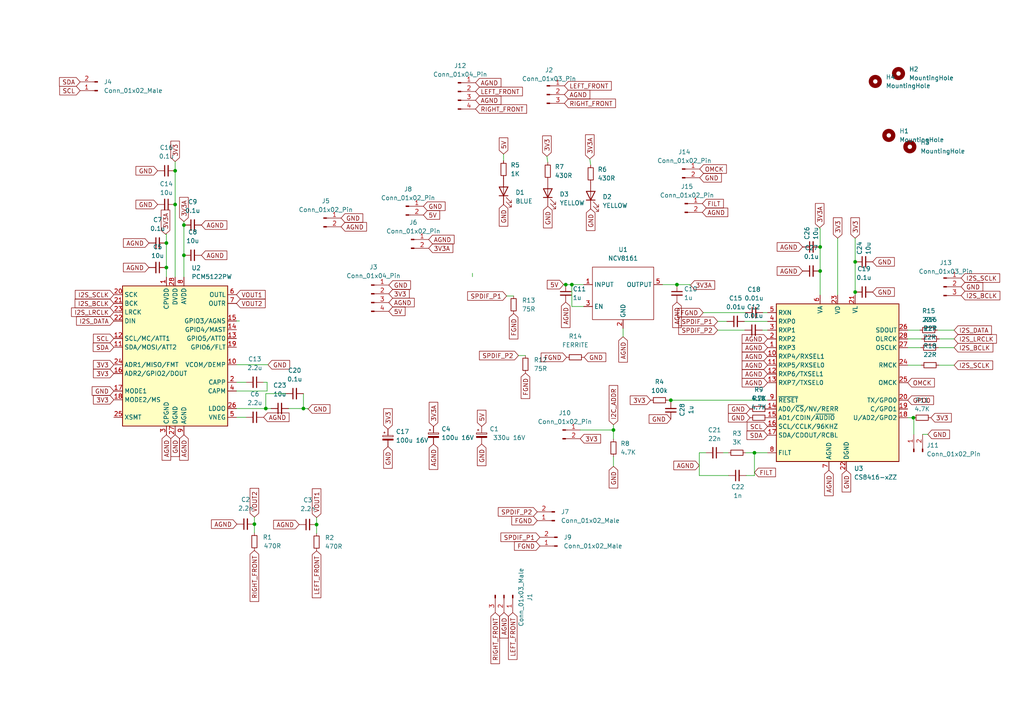
<source format=kicad_sch>
(kicad_sch (version 20230121) (generator eeschema)
  (paper "A4")
  (lib_symbols
    (symbol "Audio:CS8416-xZZ"
      (property "Reference" "U" (at 12.7 26.67 0))
      (property "Value" "CS8416-xZZ" (at 12.7 24.13 0))
      (symbol "CS8416-xZZ_0_1"
        (rectangle (start -17.78 22.86) (end 17.78 -22.86) (stroke (width 0.254)) (fill (type background)))
      )
      (symbol "CS8416-xZZ_1_1"
        (pin input line (at -20.32 10.16 0) (length 2.54) (name "RXP3") (number "1"))
        (pin input line (at -20.32 7.62 0) (length 2.54) (name "RXP4/RXSEL1") (number "10"))
        (pin input line (at -20.32 5.08 0) (length 2.54) (name "RXP5/RXSEL0") (number "11"))
        (pin input line (at -20.32 2.54 0) (length 2.54) (name "RXP6/TXSEL1") (number "12"))
        (pin input line (at -20.32 0 0) (length 2.54) (name "RXP7/TXSEL0") (number "13"))
        (pin input line (at -20.32 -7.62 0) (length 2.54) (name "AD0/~{CS}/NV/RERR") (number "14"))
        (pin input line (at -20.32 -10.16 0) (length 2.54) (name "AD1/CDIN/~{AUDIO}") (number "15"))
        (pin input line (at -20.32 -12.7 0) (length 2.54) (name "SCL/CCLK/96KHZ") (number "16"))
        (pin bidirectional line (at -20.32 -15.24 0) (length 2.54) (name "SDA/CDOUT/RCBL") (number "17"))
        (pin output line (at 20.32 -10.16 180) (length 2.54) (name "U/AD2/GPO2") (number "18"))
        (pin output line (at 20.32 -7.62 180) (length 2.54) (name "C/GPO1") (number "19"))
        (pin input line (at -20.32 12.7 0) (length 2.54) (name "RXP2") (number "2"))
        (pin output line (at 20.32 -5.08 180) (length 2.54) (name "TX/GPO0") (number "20"))
        (pin power_in line (at 5.08 25.4 270) (length 2.54) (name "VL") (number "21"))
        (pin power_in line (at 2.54 -25.4 90) (length 2.54) (name "DGND") (number "22"))
        (pin power_in line (at 0 25.4 270) (length 2.54) (name "VD") (number "23"))
        (pin output line (at 20.32 5.08 180) (length 2.54) (name "RMCK") (number "24"))
        (pin input line (at 20.32 0 180) (length 2.54) (name "OMCK") (number "25"))
        (pin output line (at 20.32 15.24 180) (length 2.54) (name "SDOUT") (number "26"))
        (pin bidirectional line (at 20.32 10.16 180) (length 2.54) (name "OSCLK") (number "27"))
        (pin bidirectional line (at 20.32 12.7 180) (length 2.54) (name "OLRCK") (number "28"))
        (pin input line (at -20.32 15.24 0) (length 2.54) (name "RXP1") (number "3"))
        (pin input line (at -20.32 17.78 0) (length 2.54) (name "RXP0") (number "4"))
        (pin input line (at -20.32 20.32 0) (length 2.54) (name "RXN") (number "5"))
        (pin power_in line (at -5.08 25.4 270) (length 2.54) (name "VA") (number "6"))
        (pin power_in line (at -2.54 -25.4 90) (length 2.54) (name "AGND") (number "7"))
        (pin passive line (at -20.32 -20.32 0) (length 2.54) (name "FILT") (number "8"))
        (pin input line (at -20.32 -5.08 0) (length 2.54) (name "~{RESET}") (number "9"))
      )
    )
    (symbol "Audio:PCM5122PW"
      (property "Reference" "U" (at -13.97 21.59 0))
      (property "Value" "PCM5122PW" (at 10.16 21.59 0))
      (symbol "PCM5122PW_0_1"
        (rectangle (start -15.24 20.32) (end 15.24 -20.32) (stroke (width 0.254)) (fill (type background)))
      )
      (symbol "PCM5122PW_1_1"
        (pin power_in line (at -2.54 22.86 270) (length 2.54) (name "CPVDD") (number "1"))
        (pin bidirectional line (at 17.78 -2.54 180) (length 2.54) (name "VCOM/DEMP") (number "10"))
        (pin bidirectional line (at -17.78 2.54 0) (length 2.54) (name "SDA/MOSI/ATT2") (number "11"))
        (pin input line (at -17.78 5.08 0) (length 2.54) (name "SCL/MC/ATT1") (number "12"))
        (pin bidirectional line (at 17.78 5.08 180) (length 2.54) (name "GPIO5/ATT0") (number "13"))
        (pin bidirectional line (at 17.78 7.62 180) (length 2.54) (name "GPIO4/MAST") (number "14"))
        (pin bidirectional line (at 17.78 10.16 180) (length 2.54) (name "GPIO3/AGNS") (number "15"))
        (pin bidirectional line (at -17.78 -5.08 0) (length 2.54) (name "ADR2/GPIO2/DOUT") (number "16"))
        (pin input line (at -17.78 -10.16 0) (length 2.54) (name "MODE1") (number "17"))
        (pin input line (at -17.78 -12.7 0) (length 2.54) (name "MODE2/MS") (number "18"))
        (pin bidirectional line (at 17.78 2.54 180) (length 2.54) (name "GPIO6/FLT") (number "19"))
        (pin passive line (at 17.78 -7.62 180) (length 2.54) (name "CAPP") (number "2"))
        (pin input line (at -17.78 17.78 0) (length 2.54) (name "SCK") (number "20"))
        (pin bidirectional line (at -17.78 15.24 0) (length 2.54) (name "BCK") (number "21"))
        (pin input line (at -17.78 10.16 0) (length 2.54) (name "DIN") (number "22"))
        (pin bidirectional line (at -17.78 12.7 0) (length 2.54) (name "LRCK") (number "23"))
        (pin bidirectional line (at -17.78 -2.54 0) (length 2.54) (name "ADR1/MISO/FMT") (number "24"))
        (pin input line (at -17.78 -17.78 0) (length 2.54) (name "XSMT") (number "25"))
        (pin passive line (at 17.78 -15.24 180) (length 2.54) (name "LDOO") (number "26"))
        (pin power_in line (at 0 -22.86 90) (length 2.54) (name "DGND") (number "27"))
        (pin power_in line (at 0 22.86 270) (length 2.54) (name "DVDD") (number "28"))
        (pin power_in line (at -2.54 -22.86 90) (length 2.54) (name "CPGND") (number "3"))
        (pin passive line (at 17.78 -10.16 180) (length 2.54) (name "CAPM") (number "4"))
        (pin passive line (at 17.78 -17.78 180) (length 2.54) (name "VNEG") (number "5"))
        (pin output line (at 17.78 17.78 180) (length 2.54) (name "OUTL") (number "6"))
        (pin output line (at 17.78 15.24 180) (length 2.54) (name "OUTR") (number "7"))
        (pin power_in line (at 2.54 22.86 270) (length 2.54) (name "AVDD") (number "8"))
        (pin power_in line (at 2.54 -22.86 90) (length 2.54) (name "AGND") (number "9"))
      )
    )
    (symbol "Components:NCV8161"
      (property "Reference" "U" (at 0 10.16 0))
      (property "Value" "NCV8161" (at 0 0 0))
      (symbol "NCV8161_0_1"
        (rectangle (start -8.89 17.78) (end 8.89 2.54))
      )
      (symbol "NCV8161_1_1"
        (pin input line (at -11.43 12.7 0) (length 2.54) (name "INPUT") (number "1"))
        (pin input line (at 0 0 90) (length 2.54) (name "GND") (number "2"))
        (pin input line (at -11.43 6.35 0) (length 2.54) (name "EN") (number "3"))
        (pin output line (at 11.43 12.7 180) (length 2.54) (name "OUTPUT") (number "5"))
      )
    )
    (symbol "Connector:Conn_01x02_Male" (pin_names (offset 1.016) hide)
      (property "Reference" "J" (at 0 2.54 0))
      (property "Value" "Conn_01x02_Male" (at 0 -5.08 0))
      (symbol "Conn_01x02_Male_1_1"
        (polyline (pts (xy 1.27 -2.54) (xy 0.8636 -2.54)) (stroke (width 0.1524)))
        (polyline (pts (xy 1.27 0) (xy 0.8636 0)) (stroke (width 0.1524)))
        (rectangle (start 0.8636 -2.413) (end 0 -2.667) (stroke (width 0.1524)) (fill (type outline)))
        (rectangle (start 0.8636 0.127) (end 0 -0.127) (stroke (width 0.1524)) (fill (type outline)))
        (pin passive line (at 5.08 0 180) (length 3.81) (name "Pin_1") (number "1"))
        (pin passive line (at 5.08 -2.54 180) (length 3.81) (name "Pin_2") (number "2"))
      )
    )
    (symbol "Connector:Conn_01x02_Pin" (pin_names (offset 1.016) hide)
      (property "Reference" "J" (at 0 2.54 0))
      (property "Value" "Conn_01x02_Pin" (at 0 -5.08 0))
      (symbol "Conn_01x02_Pin_1_1"
        (polyline (pts (xy 1.27 -2.54) (xy 0.8636 -2.54)) (stroke (width 0.1524)))
        (polyline (pts (xy 1.27 0) (xy 0.8636 0)) (stroke (width 0.1524)))
        (rectangle (start 0.8636 -2.413) (end 0 -2.667) (stroke (width 0.1524)) (fill (type outline)))
        (rectangle (start 0.8636 0.127) (end 0 -0.127) (stroke (width 0.1524)) (fill (type outline)))
        (pin passive line (at 5.08 0 180) (length 3.81) (name "Pin_1") (number "1"))
        (pin passive line (at 5.08 -2.54 180) (length 3.81) (name "Pin_2") (number "2"))
      )
    )
    (symbol "Connector:Conn_01x03_Male" (pin_names (offset 1.016) hide)
      (property "Reference" "J" (at 0 5.08 0))
      (property "Value" "Conn_01x03_Male" (at 0 -5.08 0))
      (symbol "Conn_01x03_Male_1_1"
        (polyline (pts (xy 1.27 -2.54) (xy 0.8636 -2.54)) (stroke (width 0.1524)))
        (polyline (pts (xy 1.27 0) (xy 0.8636 0)) (stroke (width 0.1524)))
        (polyline (pts (xy 1.27 2.54) (xy 0.8636 2.54)) (stroke (width 0.1524)))
        (rectangle (start 0.8636 -2.413) (end 0 -2.667) (stroke (width 0.1524)) (fill (type outline)))
        (rectangle (start 0.8636 0.127) (end 0 -0.127) (stroke (width 0.1524)) (fill (type outline)))
        (rectangle (start 0.8636 2.667) (end 0 2.413) (stroke (width 0.1524)) (fill (type outline)))
        (pin passive line (at 5.08 2.54 180) (length 3.81) (name "Pin_1") (number "1"))
        (pin passive line (at 5.08 0 180) (length 3.81) (name "Pin_2") (number "2"))
        (pin passive line (at 5.08 -2.54 180) (length 3.81) (name "Pin_3") (number "3"))
      )
    )
    (symbol "Connector:Conn_01x03_Pin" (pin_names (offset 1.016) hide)
      (property "Reference" "J" (at 0 5.08 0))
      (property "Value" "Conn_01x03_Pin" (at 0 -5.08 0))
      (symbol "Conn_01x03_Pin_1_1"
        (polyline (pts (xy 1.27 -2.54) (xy 0.8636 -2.54)) (stroke (width 0.1524)))
        (polyline (pts (xy 1.27 0) (xy 0.8636 0)) (stroke (width 0.1524)))
        (polyline (pts (xy 1.27 2.54) (xy 0.8636 2.54)) (stroke (width 0.1524)))
        (rectangle (start 0.8636 -2.413) (end 0 -2.667) (stroke (width 0.1524)) (fill (type outline)))
        (rectangle (start 0.8636 0.127) (end 0 -0.127) (stroke (width 0.1524)) (fill (type outline)))
        (rectangle (start 0.8636 2.667) (end 0 2.413) (stroke (width 0.1524)) (fill (type outline)))
        (pin passive line (at 5.08 2.54 180) (length 3.81) (name "Pin_1") (number "1"))
        (pin passive line (at 5.08 0 180) (length 3.81) (name "Pin_2") (number "2"))
        (pin passive line (at 5.08 -2.54 180) (length 3.81) (name "Pin_3") (number "3"))
      )
    )
    (symbol "Connector:Conn_01x04_Pin" (pin_names (offset 1.016) hide)
      (property "Reference" "J" (at 0 5.08 0))
      (property "Value" "Conn_01x04_Pin" (at 0 -7.62 0))
      (symbol "Conn_01x04_Pin_1_1"
        (polyline (pts (xy 1.27 -5.08) (xy 0.8636 -5.08)) (stroke (width 0.1524)))
        (polyline (pts (xy 1.27 -2.54) (xy 0.8636 -2.54)) (stroke (width 0.1524)))
        (polyline (pts (xy 1.27 0) (xy 0.8636 0)) (stroke (width 0.1524)))
        (polyline (pts (xy 1.27 2.54) (xy 0.8636 2.54)) (stroke (width 0.1524)))
        (rectangle (start 0.8636 -4.953) (end 0 -5.207) (stroke (width 0.1524)) (fill (type outline)))
        (rectangle (start 0.8636 -2.413) (end 0 -2.667) (stroke (width 0.1524)) (fill (type outline)))
        (rectangle (start 0.8636 0.127) (end 0 -0.127) (stroke (width 0.1524)) (fill (type outline)))
        (rectangle (start 0.8636 2.667) (end 0 2.413) (stroke (width 0.1524)) (fill (type outline)))
        (pin passive line (at 5.08 2.54 180) (length 3.81) (name "Pin_1") (number "1"))
        (pin passive line (at 5.08 0 180) (length 3.81) (name "Pin_2") (number "2"))
        (pin passive line (at 5.08 -2.54 180) (length 3.81) (name "Pin_3") (number "3"))
        (pin passive line (at 5.08 -5.08 180) (length 3.81) (name "Pin_4") (number "4"))
      )
    )
    (symbol "Device:C_Polarized_Small" (pin_numbers hide) (pin_names (offset 0.254) hide)
      (property "Reference" "C" (at 0.254 1.778 0))
      (property "Value" "C_Polarized_Small" (at 0.254 -2.032 0))
      (symbol "C_Polarized_Small_0_1"
        (rectangle (start -1.524 -0.3048) (end 1.524 -0.6858) (fill (type outline)))
        (rectangle (start -1.524 0.6858) (end 1.524 0.3048))
        (polyline (pts (xy -1.27 1.524) (xy -0.762 1.524)))
        (polyline (pts (xy -1.016 1.27) (xy -1.016 1.778)))
      )
      (symbol "C_Polarized_Small_1_1"
        (pin passive line (at 0 2.54 270) (length 1.8542) (name "~") (number "1"))
        (pin passive line (at 0 -2.54 90) (length 1.8542) (name "~") (number "2"))
      )
    )
    (symbol "Device:C_Small" (pin_numbers hide) (pin_names (offset 0.254) hide)
      (property "Reference" "C" (at 0.254 1.778 0))
      (property "Value" "C_Small" (at 0.254 -2.032 0))
      (symbol "C_Small_0_1"
        (polyline (pts (xy -1.524 -0.508) (xy 1.524 -0.508)) (stroke (width 0.3302)))
        (polyline (pts (xy -1.524 0.508) (xy 1.524 0.508)) (stroke (width 0.3048)))
      )
      (symbol "C_Small_1_1"
        (pin passive line (at 0 2.54 270) (length 2.032) (name "~") (number "1"))
        (pin passive line (at 0 -2.54 90) (length 2.032) (name "~") (number "2"))
      )
    )
    (symbol "Device:LED" (pin_numbers hide) (pin_names (offset 1.016) hide)
      (property "Reference" "D" (at 0 2.54 0))
      (property "Value" "LED" (at 0 -2.54 0))
      (symbol "LED_0_1"
        (polyline (pts (xy -1.27 -1.27) (xy -1.27 1.27)) (stroke (width 0.254)))
        (polyline (pts (xy -1.27 0) (xy 1.27 0)))
        (polyline (pts (xy 1.27 -1.27) (xy 1.27 1.27) (xy -1.27 0) (xy 1.27 -1.27)) (stroke (width 0.254)))
        (polyline (pts (xy -3.048 -0.762) (xy -4.572 -2.286) (xy -3.81 -2.286) (xy -4.572 -2.286) (xy -4.572 -1.524)))
        (polyline (pts (xy -1.778 -0.762) (xy -3.302 -2.286) (xy -2.54 -2.286) (xy -3.302 -2.286) (xy -3.302 -1.524)))
      )
      (symbol "LED_1_1"
        (pin passive line (at -3.81 0 0) (length 2.54) (name "K") (number "1"))
        (pin passive line (at 3.81 0 180) (length 2.54) (name "A") (number "2"))
      )
    )
    (symbol "Device:R_Small" (pin_numbers hide) (pin_names (offset 0.254) hide)
      (property "Reference" "R" (at 0.762 0.508 0))
      (property "Value" "R_Small" (at 0.762 -1.016 0))
      (symbol "R_Small_0_1"
        (rectangle (start -0.762 1.778) (end 0.762 -1.778) (stroke (width 0.2032)))
      )
      (symbol "R_Small_1_1"
        (pin passive line (at 0 2.54 270) (length 0.762) (name "~") (number "1"))
        (pin passive line (at 0 -2.54 90) (length 0.762) (name "~") (number "2"))
      )
    )
    (symbol "Mechanical:MountingHole" (pin_names (offset 1.016))
      (property "Reference" "H" (at 0 5.08 0))
      (property "Value" "MountingHole" (at 0 3.175 0))
      (symbol "MountingHole_0_1"
        (circle (center 0 0) (radius 1.27) (stroke (width 1.27)))
      )
    )
    (symbol "Oscillator:ASE-xxxMHz" (pin_names (offset 0.254))
      (property "Reference" "X" (at -5.08 6.35 0))
      (property "Value" "ASE-xxxMHz" (at 1.27 -6.35 0))
      (symbol "ASE-xxxMHz_0_1"
        (rectangle (start -5.08 5.08) (end 5.08 -5.08) (stroke (width 0.254)) (fill (type background)))
        (polyline (pts (xy -1.27 -0.762) (xy -1.016 -0.762) (xy -1.016 0.762) (xy -0.508 0.762) (xy -0.508 -0.762) (xy 0 -0.762) (xy 0 0.762) (xy 0.508 0.762) (xy 0.508 -0.762) (xy 0.762 -0.762)))
      )
      (symbol "ASE-xxxMHz_1_1"
        (pin input line (at -7.62 0 0) (length 2.54) (name "EN") (number "1"))
        (pin power_in line (at 0 -7.62 90) (length 2.54) (name "GND") (number "2"))
        (pin output line (at 7.62 0 180) (length 2.54) (name "OUT") (number "3"))
        (pin power_in line (at 0 7.62 270) (length 2.54) (name "Vdd") (number "4"))
      )
    )
  )
  (junction (at 237.871 71.628))
  (junction (at 165.862 82.55))
  (junction (at 177.927 124.714))
  (junction (at 248.031 75.946))
  (junction (at 53.34 65.278))
  (junction (at 264.922 121.158))
  (junction (at 48.26 77.597))
  (junction (at 73.787 152.019))
  (junction (at 196.342 82.55))
  (junction (at 164.084 82.55))
  (junction (at 77.089 118.491))
  (junction (at 88.011 118.491))
  (junction (at 53.34 74.041))
  (junction (at 50.8 49.53))
  (junction (at 248.031 84.709))
  (junction (at 218.821 131.318))
  (junction (at 194.564 116.078))
  (junction (at 48.26 70.485))
  (junction (at 237.871 78.613))
  (junction (at 50.8 59.309))
  (junction (at 91.821 152.146))
  (wire (pts (xy 177.927 123.19) (xy 177.927 124.714)))
  (wire (pts (xy 91.821 152.146) (xy 91.821 154.686)))
  (wire (pts (xy 50.8 49.53) (xy 50.8 59.309)))
  (wire (pts (xy 71.374 121.031) (xy 68.58 121.031)))
  (wire (pts (xy 209.804 131.318) (xy 211.201 131.318)))
  (wire (pts (xy 221.234 90.678) (xy 222.631 90.678)))
  (wire (pts (xy 196.342 82.55) (xy 192.151 82.55)))
  (wire (pts (xy 48.26 67.945) (xy 48.26 70.485)))
  (wire (pts (xy 48.26 70.485) (xy 48.26 77.597)))
  (wire (pts (xy 263.271 121.158) (xy 264.922 121.158)))
  (wire (pts (xy 77.089 114.173) (xy 77.089 118.491)))
  (wire (pts (xy 237.744 66.294) (xy 237.871 66.294)))
  (wire (pts (xy 73.787 149.987) (xy 73.787 152.019)))
  (wire (pts (xy 71.374 110.871) (xy 68.58 110.871)))
  (wire (pts (xy 168.275 124.714) (xy 177.927 124.714)))
  (wire (pts (xy 203.962 90.678) (xy 216.154 90.678)))
  (wire (pts (xy 263.271 98.298) (xy 267.335 98.298)))
  (wire (pts (xy 48.26 77.597) (xy 48.26 80.391)))
  (wire (pts (xy 237.871 71.628) (xy 237.871 78.613)))
  (wire (pts (xy 164.084 82.55) (xy 165.862 82.55)))
  (wire (pts (xy 248.031 69.088) (xy 248.031 75.946)))
  (wire (pts (xy 148.971 85.852) (xy 146.939 85.852)))
  (wire (pts (xy 89.408 118.618) (xy 89.281 118.618)))
  (wire (pts (xy 248.031 84.709) (xy 248.031 85.598)))
  (wire (pts (xy 272.161 100.838) (xy 276.733 100.838)))
  (wire (pts (xy 269.113 125.984) (xy 267.589 125.984)))
  (wire (pts (xy 200.279 82.677) (xy 200.025 82.677)))
  (wire (pts (xy 272.415 98.298) (xy 276.733 98.298)))
  (wire (pts (xy 76.454 110.871) (xy 77.47 110.871)))
  (wire (pts (xy 88.011 114.173) (xy 88.011 118.491)))
  (wire (pts (xy 237.871 78.613) (xy 237.871 85.598)))
  (wire (pts (xy 314.325 107.315) (xy 314.325 110.617)))
  (wire (pts (xy 208.153 95.758) (xy 216.027 95.758)))
  (wire (pts (xy 50.8 46.863) (xy 50.8 49.53)))
  (wire (pts (xy 237.871 66.294) (xy 237.871 71.628)))
  (wire (pts (xy 211.328 137.922) (xy 202.819 137.922)))
  (wire (pts (xy 263.271 105.918) (xy 267.208 105.918)))
  (wire (pts (xy 237.744 66.04) (xy 237.744 66.294)))
  (wire (pts (xy 169.291 88.9) (xy 165.862 88.9)))
  (wire (pts (xy 53.34 64.262) (xy 53.34 65.278)))
  (wire (pts (xy 171.069 46.101) (xy 171.323 47.879)))
  (wire (pts (xy 248.031 75.946) (xy 248.031 84.709)))
  (wire (pts (xy 165.862 82.55) (xy 169.291 82.55)))
  (wire (pts (xy 216.408 137.922) (xy 218.821 137.922)))
  (wire (pts (xy 77.089 118.491) (xy 68.58 118.491)))
  (wire (pts (xy 221.107 95.758) (xy 222.631 95.758)))
  (wire (pts (xy 194.564 116.078) (xy 222.631 116.078)))
  (wire (pts (xy 215.9 93.218) (xy 222.631 93.218)))
  (wire (pts (xy 264.922 121.158) (xy 265.049 121.158)))
  (wire (pts (xy 77.724 105.791) (xy 68.58 105.791)))
  (wire (pts (xy 216.281 131.318) (xy 218.821 131.318)))
  (wire (pts (xy 265.049 125.984) (xy 265.049 121.158)))
  (wire (pts (xy 77.47 113.411) (xy 68.58 113.411)))
  (wire (pts (xy 73.787 152.019) (xy 73.787 154.559)))
  (wire (pts (xy 48.006 67.945) (xy 48.26 67.945)))
  (wire (pts (xy 77.47 110.871) (xy 77.47 113.411)))
  (wire (pts (xy 152.4 103.124) (xy 150.368 103.124)))
  (wire (pts (xy 194.564 116.078) (xy 194.564 116.459)))
  (wire (pts (xy 177.927 135.255) (xy 177.927 132.461)))
  (wire (pts (xy 218.821 131.318) (xy 222.631 131.318)))
  (wire (pts (xy 53.34 65.278) (xy 53.34 74.041)))
  (wire (pts (xy 177.927 124.714) (xy 177.927 127.381)))
  (wire (pts (xy 208.153 93.218) (xy 210.82 93.218)))
  (wire (pts (xy 89.281 118.491) (xy 88.011 118.491)))
  (wire (pts (xy 180.721 97.663) (xy 180.721 95.25)))
  (wire (pts (xy 78.613 118.491) (xy 77.089 118.491)))
  (wire (pts (xy 202.819 131.318) (xy 204.724 131.318)))
  (wire (pts (xy 202.819 137.922) (xy 202.819 131.318)))
  (wire (pts (xy 200.025 82.55) (xy 196.342 82.55)))
  (wire (pts (xy 271.907 95.758) (xy 276.733 95.758)))
  (wire (pts (xy 200.025 82.677) (xy 200.025 82.55)))
  (wire (pts (xy 242.951 69.088) (xy 242.951 85.598)))
  (wire (pts (xy 53.34 74.041) (xy 53.34 80.391)))
  (wire (pts (xy 88.011 118.491) (xy 83.693 118.491)))
  (wire (pts (xy 165.862 88.9) (xy 165.862 82.55)))
  (wire (pts (xy 89.281 118.618) (xy 89.281 118.491)))
  (wire (pts (xy 137.033 79.248) (xy 137.033 80.264)))
  (wire (pts (xy 272.288 105.918) (xy 276.733 105.918)))
  (wire (pts (xy 69.469 93.091) (xy 68.58 93.091)))
  (wire (pts (xy 146.05 44.704) (xy 146.05 46.609)))
  (wire (pts (xy 50.8 59.309) (xy 50.8 80.391)))
  (wire (pts (xy 158.623 45.339) (xy 158.877 47.117)))
  (wire (pts (xy 218.821 137.922) (xy 218.821 131.318)))
  (wire (pts (xy 163.449 82.55) (xy 164.084 82.55)))
  (wire (pts (xy 193.802 116.078) (xy 194.564 116.078)))
  (wire (pts (xy 263.271 95.758) (xy 266.827 95.758)))
  (wire (pts (xy 263.271 100.838) (xy 267.081 100.838)))
  (wire (pts (xy 91.821 150.114) (xy 91.821 152.146)))
  (wire (pts (xy 77.089 114.173) (xy 82.931 114.173)))
  (global_label "GND" (shape input) (at 253.111 75.946 0) (property "Intersheetrefs" "${INTERSHEET_REFS}" (effects hide)))
  (global_label "3V3" (shape input) (at 50.8 46.863 90) (property "Intersheetrefs" "${INTERSHEET_REFS}" (effects hide)))
  (global_label "FGND" (shape input) (at 148.971 90.932 270) (property "Intersheetrefs" "${INTERSHEET_REFS}" (effects hide)))
  (global_label "SPDIF_P2" (shape input) (at 208.153 95.758 180) (property "Intersheetrefs" "${INTERSHEET_REFS}" (effects hide)))
  (global_label "3V3" (shape input) (at 248.031 69.088 90) (property "Intersheetrefs" "${INTERSHEET_REFS}" (effects hide)))
  (global_label "LEFT_FRONT" (shape input) (at 163.703 24.892 0) (property "Intersheetrefs" "${INTERSHEET_REFS}" (effects hide)))
  (global_label "AGND" (shape input) (at 86.741 152.146 180) (property "Intersheetrefs" "${INTERSHEET_REFS}" (effects hide)))
  (global_label "3V3" (shape input) (at 33.02 115.951 180) (property "Intersheetrefs" "${INTERSHEET_REFS}" (effects hide)))
  (global_label "AGND" (shape input) (at 58.42 74.041 0) (property "Intersheetrefs" "${INTERSHEET_REFS}" (effects hide)))
  (global_label "AGND" (shape input) (at 222.631 108.458 180) (property "Intersheetrefs" "${INTERSHEET_REFS}" (effects hide)))
  (global_label "LEFT_FRONT" (shape input) (at 148.717 177.673 270) (property "Intersheetrefs" "${INTERSHEET_REFS}" (effects hide)))
  (global_label "RIGHT_FRONT" (shape input) (at 163.703 29.972 0) (property "Intersheetrefs" "${INTERSHEET_REFS}" (effects hide)))
  (global_label "OMCK" (shape input) (at 263.271 110.998 0) (property "Intersheetrefs" "${INTERSHEET_REFS}" (effects hide)))
  (global_label "RIGHT_FRONT" (shape input) (at 143.637 177.673 270) (property "Intersheetrefs" "${INTERSHEET_REFS}" (effects hide)))
  (global_label "AGND" (shape input) (at 222.631 105.918 180) (property "Intersheetrefs" "${INTERSHEET_REFS}" (effects hide)))
  (global_label "GND" (shape input) (at 33.02 113.411 180) (property "Intersheetrefs" "${INTERSHEET_REFS}" (effects hide)))
  (global_label "GND" (shape input) (at 202.946 51.562 0) (property "Intersheetrefs" "${INTERSHEET_REFS}" (effects hide)))
  (global_label "AGND" (shape input) (at 222.631 103.378 180) (property "Intersheetrefs" "${INTERSHEET_REFS}" (effects hide)))
  (global_label "GPO0" (shape input) (at 263.271 116.078 0) (property "Intersheetrefs" "${INTERSHEET_REFS}" (effects hide)))
  (global_label "AGND" (shape input) (at 125.73 128.778 270) (property "Intersheetrefs" "${INTERSHEET_REFS}" (effects hide)))
  (global_label "SPDIF_P1" (shape input) (at 208.153 93.218 180) (property "Intersheetrefs" "${INTERSHEET_REFS}" (effects hide)))
  (global_label "GND" (shape input) (at 278.765 83.185 0) (property "Intersheetrefs" "${INTERSHEET_REFS}" (effects hide)))
  (global_label "SPDIF_P1" (shape input) (at 146.939 85.852 180) (property "Intersheetrefs" "${INTERSHEET_REFS}" (effects hide)))
  (global_label "VOUT1" (shape input) (at 91.821 150.114 90) (property "Intersheetrefs" "${INTERSHEET_REFS}" (effects hide)))
  (global_label "GND" (shape input) (at 98.933 63.246 0) (property "Intersheetrefs" "${INTERSHEET_REFS}" (effects hide)))
  (global_label "GND" (shape input) (at 45.72 49.53 180) (property "Intersheetrefs" "${INTERSHEET_REFS}" (effects hide)))
  (global_label "3V3" (shape input) (at 168.275 127.254 0) (property "Intersheetrefs" "${INTERSHEET_REFS}" (effects hide)))
  (global_label "VOUT2" (shape input) (at 68.58 88.011 0) (property "Intersheetrefs" "${INTERSHEET_REFS}" (effects hide)))
  (global_label "FGND" (shape input) (at 203.962 90.678 180) (property "Intersheetrefs" "${INTERSHEET_REFS}" (effects hide)))
  (global_label "VOUT2" (shape input) (at 73.787 149.987 90) (property "Intersheetrefs" "${INTERSHEET_REFS}" (effects hide)))
  (global_label "SDA" (shape input) (at 23.241 23.749 180) (property "Intersheetrefs" "${INTERSHEET_REFS}" (effects hide)))
  (global_label "GND" (shape input) (at 50.8 126.111 270) (property "Intersheetrefs" "${INTERSHEET_REFS}" (effects hide)))
  (global_label "SPDIF_P2" (shape input) (at 155.829 148.463 180) (property "Intersheetrefs" "${INTERSHEET_REFS}" (effects hide)))
  (global_label "I2S_SCLK" (shape input) (at 278.765 80.645 0) (property "Intersheetrefs" "${INTERSHEET_REFS}" (effects hide)))
  (global_label "I2C_ADDR" (shape input) (at 177.927 123.19 90) (property "Intersheetrefs" "${INTERSHEET_REFS}" (effects hide)))
  (global_label "AGND" (shape input) (at 43.18 77.597 180) (property "Intersheetrefs" "${INTERSHEET_REFS}" (effects hide)))
  (global_label "5V" (shape input) (at 122.809 62.357 0) (property "Intersheetrefs" "${INTERSHEET_REFS}" (effects hide)))
  (global_label "AGND" (shape input) (at 137.922 29.083 0) (property "Intersheetrefs" "${INTERSHEET_REFS}" (effects hide)))
  (global_label "AGND" (shape input) (at 164.084 87.63 270) (property "Intersheetrefs" "${INTERSHEET_REFS}" (effects hide)))
  (global_label "3V3A" (shape input) (at 48.006 67.945 90) (property "Intersheetrefs" "${INTERSHEET_REFS}" (effects hide)))
  (global_label "5V" (shape input) (at 163.449 82.55 180) (property "Intersheetrefs" "${INTERSHEET_REFS}" (effects hide)))
  (global_label "I2S_DATA" (shape input) (at 276.733 95.758 0) (property "Intersheetrefs" "${INTERSHEET_REFS}" (effects hide)))
  (global_label "OMCK" (shape input) (at 321.945 118.237 0) (property "Intersheetrefs" "${INTERSHEET_REFS}" (effects hide)))
  (global_label "FILT" (shape input) (at 203.708 59.055 0) (property "Intersheetrefs" "${INTERSHEET_REFS}" (effects hide)))
  (global_label "AGND" (shape input) (at 196.342 87.63 270) (property "Intersheetrefs" "${INTERSHEET_REFS}" (effects hide)))
  (global_label "RIGHT_FRONT" (shape input) (at 137.922 31.623 0) (property "Intersheetrefs" "${INTERSHEET_REFS}" (effects hide)))
  (global_label "AGND" (shape input) (at 240.411 136.398 270) (property "Intersheetrefs" "${INTERSHEET_REFS}" (effects hide)))
  (global_label "AGND" (shape input) (at 98.933 65.786 0) (property "Intersheetrefs" "${INTERSHEET_REFS}" (effects hide)))
  (global_label "GND" (shape input) (at 177.927 135.255 270) (property "Intersheetrefs" "${INTERSHEET_REFS}" (effects hide)))
  (global_label "LEFT_FRONT" (shape input) (at 91.821 159.766 270) (property "Intersheetrefs" "${INTERSHEET_REFS}" (effects hide)))
  (global_label "AGND" (shape input) (at 58.42 65.278 0) (property "Intersheetrefs" "${INTERSHEET_REFS}" (effects hide)))
  (global_label "SCL" (shape input) (at 222.631 123.698 180) (property "Intersheetrefs" "${INTERSHEET_REFS}" (effects hide)))
  (global_label "GND" (shape input) (at 45.72 59.309 180) (property "Intersheetrefs" "${INTERSHEET_REFS}" (effects hide)))
  (global_label "FGND" (shape input) (at 152.4 108.204 270) (property "Intersheetrefs" "${INTERSHEET_REFS}" (effects hide)))
  (global_label "3V3A" (shape input) (at 53.34 64.262 90) (property "Intersheetrefs" "${INTERSHEET_REFS}" (effects hide)))
  (global_label "3V3" (shape input) (at 33.02 108.331 180) (property "Intersheetrefs" "${INTERSHEET_REFS}" (effects hide)))
  (global_label "RIGHT_FRONT" (shape input) (at 73.787 159.639 270) (property "Intersheetrefs" "${INTERSHEET_REFS}" (effects hide)))
  (global_label "I2S_SCLK" (shape input) (at 276.733 105.918 0) (property "Intersheetrefs" "${INTERSHEET_REFS}" (effects hide)))
  (global_label "I2S_DATA" (shape input) (at 33.02 93.091 180) (property "Intersheetrefs" "${INTERSHEET_REFS}" (effects hide)))
  (global_label "3V3" (shape input) (at 314.325 107.315 90) (property "Intersheetrefs" "${INTERSHEET_REFS}" (effects hide)))
  (global_label "GND" (shape input) (at 89.408 118.618 0) (property "Intersheetrefs" "${INTERSHEET_REFS}" (effects hide)))
  (global_label "GND" (shape input) (at 122.809 59.817 0) (property "Intersheetrefs" "${INTERSHEET_REFS}" (effects hide)))
  (global_label "AGND" (shape input) (at 232.791 78.613 180) (property "Intersheetrefs" "${INTERSHEET_REFS}" (effects hide)))
  (global_label "GND" (shape input) (at 314.325 125.857 270) (property "Intersheetrefs" "${INTERSHEET_REFS}" (effects hide)))
  (global_label "3V3A" (shape input) (at 124.333 72.009 0) (property "Intersheetrefs" "${INTERSHEET_REFS}" (effects hide)))
  (global_label "AGND" (shape input) (at 202.819 135.001 180) (property "Intersheetrefs" "${INTERSHEET_REFS}" (effects hide)))
  (global_label "3V3" (shape input) (at 112.522 124.46 90) (property "Intersheetrefs" "${INTERSHEET_REFS}" (effects hide)))
  (global_label "SCL" (shape input) (at 23.241 26.289 180) (property "Intersheetrefs" "${INTERSHEET_REFS}" (effects hide)))
  (global_label "3V3" (shape input) (at 112.776 85.217 0) (property "Intersheetrefs" "${INTERSHEET_REFS}" (effects hide)))
  (global_label "AGND" (shape input) (at 112.776 87.757 0) (property "Intersheetrefs" "${INTERSHEET_REFS}" (effects hide)))
  (global_label "5V" (shape input) (at 112.776 90.297 0) (property "Intersheetrefs" "${INTERSHEET_REFS}" (effects hide)))
  (global_label "AGND" (shape input) (at 53.34 126.111 270) (property "Intersheetrefs" "${INTERSHEET_REFS}" (effects hide)))
  (global_label "AGND" (shape input) (at 76.454 121.031 0) (property "Intersheetrefs" "${INTERSHEET_REFS}" (effects hide)))
  (global_label "SPDIF_P1" (shape input) (at 156.591 155.829 180) (property "Intersheetrefs" "${INTERSHEET_REFS}" (effects hide)))
  (global_label "SCL" (shape input) (at 33.02 98.171 180) (property "Intersheetrefs" "${INTERSHEET_REFS}" (effects hide)))
  (global_label "GND" (shape input) (at 269.113 125.984 0) (property "Intersheetrefs" "${INTERSHEET_REFS}" (effects hide)))
  (global_label "AGND" (shape input) (at 203.708 61.595 0) (property "Intersheetrefs" "${INTERSHEET_REFS}" (effects hide)))
  (global_label "FILT" (shape input) (at 218.821 137.033 0) (property "Intersheetrefs" "${INTERSHEET_REFS}" (effects hide)))
  (global_label "GND" (shape input) (at 146.05 59.309 270) (property "Intersheetrefs" "${INTERSHEET_REFS}" (effects hide)))
  (global_label "5V" (shape input) (at 146.05 44.704 90) (property "Intersheetrefs" "${INTERSHEET_REFS}" (effects hide)))
  (global_label "GND" (shape input) (at 253.111 84.709 0) (property "Intersheetrefs" "${INTERSHEET_REFS}" (effects hide)))
  (global_label "3V3" (shape input) (at 188.722 116.078 180) (property "Intersheetrefs" "${INTERSHEET_REFS}" (effects hide)))
  (global_label "GND" (shape input) (at 194.564 121.539 180) (property "Intersheetrefs" "${INTERSHEET_REFS}" (effects hide)))
  (global_label "AGND" (shape input) (at 68.707 152.019 180) (property "Intersheetrefs" "${INTERSHEET_REFS}" (effects hide)))
  (global_label "SDA" (shape input) (at 33.02 100.711 180) (property "Intersheetrefs" "${INTERSHEET_REFS}" (effects hide)))
  (global_label "GND" (shape input) (at 217.551 121.158 180) (property "Intersheetrefs" "${INTERSHEET_REFS}" (effects hide)))
  (global_label "GND" (shape input) (at 169.418 103.632 0) (property "Intersheetrefs" "${INTERSHEET_REFS}" (effects hide)))
  (global_label "AGND" (shape input) (at 163.703 27.432 0) (property "Intersheetrefs" "${INTERSHEET_REFS}" (effects hide)))
  (global_label "AGND" (shape input) (at 124.333 69.469 0) (property "Intersheetrefs" "${INTERSHEET_REFS}" (effects hide)))
  (global_label "FGND" (shape input) (at 155.829 151.003 180) (property "Intersheetrefs" "${INTERSHEET_REFS}" (effects hide)))
  (global_label "GND" (shape input) (at 217.551 118.618 180) (property "Intersheetrefs" "${INTERSHEET_REFS}" (effects hide)))
  (global_label "3V3A" (shape input) (at 125.73 123.698 90) (property "Intersheetrefs" "${INTERSHEET_REFS}" (effects hide)))
  (global_label "AGND" (shape input) (at 232.791 71.628 180) (property "Intersheetrefs" "${INTERSHEET_REFS}" (effects hide)))
  (global_label "5V" (shape input) (at 139.7 123.698 90) (property "Intersheetrefs" "${INTERSHEET_REFS}" (effects hide)))
  (global_label "AGND" (shape input) (at 180.721 97.663 270) (property "Intersheetrefs" "${INTERSHEET_REFS}" (effects hide)))
  (global_label "LEFT_FRONT" (shape input) (at 137.922 26.543 0) (property "Intersheetrefs" "${INTERSHEET_REFS}" (effects hide)))
  (global_label "GND" (shape input) (at 158.877 59.817 270) (property "Intersheetrefs" "${INTERSHEET_REFS}" (effects hide)))
  (global_label "AGND" (shape input) (at 222.631 98.298 180) (property "Intersheetrefs" "${INTERSHEET_REFS}" (effects hide)))
  (global_label "I2S_LRCLK" (shape input) (at 33.02 90.551 180) (property "Intersheetrefs" "${INTERSHEET_REFS}" (effects hide)))
  (global_label "GND" (shape input) (at 245.491 136.398 270) (property "Intersheetrefs" "${INTERSHEET_REFS}" (effects hide)))
  (global_label "SDA" (shape input) (at 222.631 126.238 180) (property "Intersheetrefs" "${INTERSHEET_REFS}" (effects hide)))
  (global_label "AGND" (shape input) (at 48.26 126.111 270) (property "Intersheetrefs" "${INTERSHEET_REFS}" (effects hide)))
  (global_label "FGND" (shape input) (at 164.338 103.632 180) (property "Intersheetrefs" "${INTERSHEET_REFS}" (effects hide)))
  (global_label "3V3" (shape input) (at 242.951 69.088 90) (property "Intersheetrefs" "${INTERSHEET_REFS}" (effects hide)))
  (global_label "3V3A" (shape input) (at 171.069 46.101 90) (property "Intersheetrefs" "${INTERSHEET_REFS}" (effects hide)))
  (global_label "AGND" (shape input) (at 222.631 110.998 180) (property "Intersheetrefs" "${INTERSHEET_REFS}" (effects hide)))
  (global_label "GND" (shape input) (at 112.522 129.54 270) (property "Intersheetrefs" "${INTERSHEET_REFS}" (effects hide)))
  (global_label "3V3" (shape input) (at 270.002 121.158 0) (property "Intersheetrefs" "${INTERSHEET_REFS}" (effects hide)))
  (global_label "AGND" (shape input) (at 137.922 24.003 0) (property "Intersheetrefs" "${INTERSHEET_REFS}" (effects hide)))
  (global_label "AGND" (shape input) (at 43.18 70.485 180) (property "Intersheetrefs" "${INTERSHEET_REFS}" (effects hide)))
  (global_label "3V3" (shape input) (at 33.02 105.791 180) (property "Intersheetrefs" "${INTERSHEET_REFS}" (effects hide)))
  (global_label "I2S_BCLK" (shape input) (at 276.733 100.838 0) (property "Intersheetrefs" "${INTERSHEET_REFS}" (effects hide)))
  (global_label "GND" (shape input) (at 139.7 128.778 270) (property "Intersheetrefs" "${INTERSHEET_REFS}" (effects hide)))
  (global_label "AGND" (shape input) (at 222.631 100.838 180) (property "Intersheetrefs" "${INTERSHEET_REFS}" (effects hide)))
  (global_label "VOUT1" (shape input) (at 68.58 85.471 0) (property "Intersheetrefs" "${INTERSHEET_REFS}" (effects hide)))
  (global_label "OMCK" (shape input) (at 202.946 49.022 0) (property "Intersheetrefs" "${INTERSHEET_REFS}" (effects hide)))
  (global_label "I2S_BCLK" (shape input) (at 33.02 88.011 180) (property "Intersheetrefs" "${INTERSHEET_REFS}" (effects hide)))
  (global_label "3V3" (shape input) (at 158.623 45.339 90) (property "Intersheetrefs" "${INTERSHEET_REFS}" (effects hide)))
  (global_label "3V3A" (shape input) (at 237.744 66.04 90) (property "Intersheetrefs" "${INTERSHEET_REFS}" (effects hide)))
  (global_label "SPDIF_P2" (shape input) (at 150.368 103.124 180) (property "Intersheetrefs" "${INTERSHEET_REFS}" (effects hide)))
  (global_label "I2S_LRCLK" (shape input) (at 276.733 98.298 0) (property "Intersheetrefs" "${INTERSHEET_REFS}" (effects hide)))
  (global_label "GND" (shape input) (at 112.776 82.677 0) (property "Intersheetrefs" "${INTERSHEET_REFS}" (effects hide)))
  (global_label "GND" (shape input) (at 171.323 60.579 270) (property "Intersheetrefs" "${INTERSHEET_REFS}" (effects hide)))
  (global_label "I2S_SCLK" (shape input) (at 33.02 85.471 180) (property "Intersheetrefs" "${INTERSHEET_REFS}" (effects hide)))
  (global_label "GND" (shape input) (at 77.724 105.791 0) (property "Intersheetrefs" "${INTERSHEET_REFS}" (effects hide)))
  (global_label "AGND" (shape input) (at 146.177 177.673 270) (property "Intersheetrefs" "${INTERSHEET_REFS}" (effects hide)))
  (global_label "FGND" (shape input) (at 156.591 158.369 180) (property "Intersheetrefs" "${INTERSHEET_REFS}" (effects hide)))
  (global_label "3V3A" (shape input) (at 200.279 82.677 0) (property "Intersheetrefs" "${INTERSHEET_REFS}" (effects hide)))
  (global_label "I2S_BCLK" (shape input) (at 278.765 85.725 0) (property "Intersheetrefs" "${INTERSHEET_REFS}" (effects hide)))
  (symbol (lib_id "Connector:Conn_01x02_Pin") (at 198.628 59.055 0) (unit 1)
    (property "Reference" "J15" (at 199.263 54.102 0))
    (property "Value" "Conn_01x02_Pin" (at 199.263 56.642 0))
    (property "Footprint" "Connector_PinHeader_2.54mm:PinHeader_1x02_P2.54mm_Vertical" (effects hide))
  )
  (symbol (lib_id "Connector:Conn_01x02_Male") (at 28.321 26.289 180) (unit 1)
    (property "Reference" "J4" (at 30.099 23.7489 0) (effects (justify right)))
    (property "Value" "Conn_01x02_Male" (at 30.099 26.2889 0) (effects (justify right)))
    (property "Footprint" "Connector_JST:JST_PH_B2B-PH-K_1x02_P2.00mm_Vertical" (effects hide))
  )
  (symbol (lib_id "Connector:Conn_01x04_Pin") (at 132.842 26.543 0) (unit 1)
    (property "Reference" "J12" (at 133.477 19.05 0))
    (property "Value" "Conn_01x04_Pin" (at 133.477 21.59 0))
    (property "Footprint" "Connector_JST:JST_PH_B4B-PH-K_1x04_P2.00mm_Vertical" (effects hide))
  )
  (symbol (lib_id "Connector:Conn_01x02_Pin") (at 117.729 59.817 0) (unit 1)
    (property "Reference" "J8" (at 118.364 54.864 0))
    (property "Value" "Conn_01x02_Pin" (at 118.364 57.404 0))
    (property "Footprint" "Connector_PinHeader_2.54mm:PinHeader_1x02_P2.54mm_Vertical" (effects hide))
  )
  (symbol (lib_id "Connector:Conn_01x02_Pin") (at 265.049 131.064 90) (unit 1)
    (property "Reference" "J11" (at 268.732 129.159 90) (effects (justify right)))
    (property "Value" "Conn_01x02_Pin" (at 268.732 131.699 90) (effects (justify right)))
    (property "Footprint" "Connector_PinHeader_2.54mm:PinHeader_1x02_P2.54mm_Vertical" (effects hide))
  )
  (symbol (lib_id "Device:C_Small") (at 55.88 74.041 90) (unit 1)
    (property "Reference" "C8" (at 55.8863 67.31 90))
    (property "Value" "10u" (at 55.8863 69.85 90))
    (property "Footprint" "Capacitor_SMD:C_1206_3216Metric_Pad1.33x1.80mm_HandSolder" (effects hide))
  )
  (symbol (lib_id "Device:R_Small") (at 220.091 118.618 90) (unit 1)
    (property "Reference" "R9" (at 220.091 113.03 90))
    (property "Value" "4.7K" (at 220.091 115.57 90))
    (property "Footprint" "Resistor_SMD:R_0603_1608Metric_Pad0.98x0.95mm_HandSolder" (effects hide))
  )
  (symbol (lib_id "Device:R_Small") (at 171.323 50.419 0) (unit 1)
    (property "Reference" "R6" (at 173.355 49.1489 0) (effects (justify left)))
    (property "Value" "430R" (at 173.355 51.6889 0) (effects (justify left)))
    (property "Footprint" "Resistor_SMD:R_0603_1608Metric_Pad0.98x0.95mm_HandSolder" (effects hide))
  )
  (symbol (lib_id "Device:R_Small") (at 269.621 100.838 90) (unit 1)
    (property "Reference" "R17" (at 269.621 95.25 90))
    (property "Value" "22R" (at 269.621 97.79 90))
    (property "Footprint" "Resistor_SMD:R_0603_1608Metric_Pad0.98x0.95mm_HandSolder" (effects hide))
  )
  (symbol (lib_id "Device:C_Small") (at 207.264 131.318 270) (unit 1)
    (property "Reference" "C21" (at 207.2576 124.714 90))
    (property "Value" "22n" (at 207.2576 127.254 90))
    (property "Footprint" "Capacitor_SMD:C_0805_2012Metric_Pad1.18x1.45mm_HandSolder" (effects hide))
  )
  (symbol (lib_id "Mechanical:MountingHole") (at 260.604 21.336 0) (unit 1)
    (property "Reference" "H2" (at 263.652 20.0659 0) (effects (justify left)))
    (property "Value" "MountingHole" (at 263.652 22.6059 0) (effects (justify left)))
    (property "Footprint" "MountingHole:MountingHole_3.2mm_M3" (effects hide))
  )
  (symbol (lib_id "Device:C_Small") (at 235.331 71.628 90) (unit 1)
    (property "Reference" "C26" (at 234.061 69.596 0) (effects (justify left)))
    (property "Value" "10u" (at 236.601 69.596 0) (effects (justify left)))
    (property "Footprint" "Capacitor_SMD:C_1206_3216Metric_Pad1.33x1.80mm_HandSolder" (effects hide))
  )
  (symbol (lib_id "Connector:Conn_01x02_Pin") (at 197.866 49.022 0) (unit 1)
    (property "Reference" "J14" (at 198.501 44.069 0))
    (property "Value" "Conn_01x02_Pin" (at 198.501 46.609 0))
    (property "Footprint" "Connector_PinHeader_2.54mm:PinHeader_1x02_P2.54mm_Vertical" (effects hide))
  )
  (symbol (lib_id "Device:R_Small") (at 146.05 49.149 0) (unit 1)
    (property "Reference" "R5" (at 148.082 47.8789 0) (effects (justify left)))
    (property "Value" "1K" (at 148.082 50.4189 0) (effects (justify left)))
    (property "Footprint" "Resistor_SMD:R_0603_1608Metric_Pad0.98x0.95mm_HandSolder" (effects hide))
  )
  (symbol (lib_id "Device:C_Small") (at 73.914 121.031 270) (unit 1)
    (property "Reference" "C6" (at 73.9076 114.3 90))
    (property "Value" "2.2u" (at 73.9076 116.84 90))
    (property "Footprint" "Capacitor_SMD:C_1206_3216Metric_Pad1.33x1.80mm_HandSolder" (effects hide))
  )
  (symbol (lib_id "Device:C_Small") (at 250.571 75.946 90) (unit 1)
    (property "Reference" "C24" (at 249.301 73.914 0) (effects (justify left)))
    (property "Value" "10u" (at 251.841 73.914 0) (effects (justify left)))
    (property "Footprint" "Capacitor_SMD:C_1206_3216Metric_Pad1.33x1.80mm_HandSolder" (effects hide))
  )
  (symbol (lib_id "Device:C_Small") (at 164.084 85.09 0) (unit 1)
    (property "Reference" "C11" (at 166.116 83.82 0) (effects (justify left)))
    (property "Value" "1u" (at 166.116 86.36 0) (effects (justify left)))
    (property "Footprint" "Capacitor_SMD:C_1206_3216Metric_Pad1.33x1.80mm_HandSolder" (effects hide))
  )
  (symbol (lib_id "Device:R_Small") (at 213.741 131.318 90) (unit 1)
    (property "Reference" "R3" (at 213.741 125.73 90))
    (property "Value" "3K" (at 213.741 128.27 90))
    (property "Footprint" "Resistor_SMD:R_0603_1608Metric_Pad0.98x0.95mm_HandSolder" (effects hide))
  )
  (symbol (lib_id "Device:LED") (at 146.05 55.499 90) (unit 1)
    (property "Reference" "D1" (at 149.479 55.8164 90) (effects (justify right)))
    (property "Value" "BLUE" (at 149.479 58.3564 90) (effects (justify right)))
    (property "Footprint" "LED_SMD:LED_0805_2012Metric_Pad1.15x1.40mm_HandSolder" (effects hide))
  )
  (symbol (lib_id "Components:NCV8161") (at 180.721 95.25 0) (unit 1)
    (property "Reference" "U1" (at 180.721 72.39 0))
    (property "Value" "NCV8161" (at 180.721 74.93 0))
    (property "Footprint" "Package_TO_SOT_SMD:TSOT-23-5" (effects hide))
  )
  (symbol (lib_id "Device:R_Small") (at 152.4 105.664 0) (unit 1)
    (property "Reference" "R12" (at 154.813 104.394 0) (effects (justify left)))
    (property "Value" "75R" (at 154.813 106.934 0) (effects (justify left)))
    (property "Footprint" "Resistor_SMD:R_0603_1608Metric_Pad0.98x0.95mm_HandSolder" (effects hide))
  )
  (symbol (lib_id "Device:C_Small") (at 48.26 59.309 270) (unit 1)
    (property "Reference" "C14" (at 48.2536 53.34 90))
    (property "Value" "10u" (at 48.2536 55.88 90))
    (property "Footprint" "Capacitor_SMD:C_1206_3216Metric_Pad1.33x1.80mm_HandSolder" (effects hide))
  )
  (symbol (lib_id "Device:C_Small") (at 196.342 85.09 0) (unit 1)
    (property "Reference" "C10" (at 198.374 83.82 0) (effects (justify left)))
    (property "Value" "1u" (at 198.374 86.36 0) (effects (justify left)))
    (property "Footprint" "Capacitor_SMD:C_1206_3216Metric_Pad1.33x1.80mm_HandSolder" (effects hide))
  )
  (symbol (lib_id "Device:R_Small") (at 269.748 105.918 90) (unit 1)
    (property "Reference" "R18" (at 269.748 100.33 90))
    (property "Value" "22R" (at 269.748 102.87 90))
    (property "Footprint" "Resistor_SMD:R_0603_1608Metric_Pad0.98x0.95mm_HandSolder" (effects hide))
  )
  (symbol (lib_id "Connector:Conn_01x03_Male") (at 146.177 172.593 270) (unit 1)
    (property "Reference" "J1" (at 153.67 173.228 0))
    (property "Value" "Conn_01x03_Male" (at 151.13 173.228 0))
    (property "Footprint" "Connector_PinHeader_2.54mm:PinHeader_1x03_P2.54mm_Vertical" (effects hide))
  )
  (symbol (lib_id "Device:C_Polarized_Small") (at 125.73 126.238 0) (unit 1)
    (property "Reference" "C4" (at 128.016 124.4219 0) (effects (justify left)))
    (property "Value" "100u 16V" (at 128.016 126.9619 0) (effects (justify left)))
    (property "Footprint" "Capacitor_THT:CP_Radial_D5.0mm_P2.50mm" (effects hide))
  )
  (symbol (lib_id "Device:R_Small") (at 91.821 157.226 180) (unit 1)
    (property "Reference" "R2" (at 94.234 155.956 0) (effects (justify right)))
    (property "Value" "470R" (at 94.234 158.496 0) (effects (justify right)))
    (property "Footprint" "Resistor_SMD:R_1206_3216Metric_Pad1.30x1.75mm_HandSolder" (effects hide))
  )
  (symbol (lib_id "Device:C_Small") (at 71.247 152.019 90) (unit 1)
    (property "Reference" "C2" (at 71.2533 144.907 90))
    (property "Value" "2.2n" (at 71.2533 147.447 90))
    (property "Footprint" "Capacitor_SMD:C_1206_3216Metric_Pad1.33x1.80mm_HandSolder" (effects hide))
  )
  (symbol (lib_id "Oscillator:ASE-xxxMHz") (at 314.325 118.237 0) (unit 1)
    (property "Reference" "X1" (at 326.39 114.5891 0))
    (property "Value" "ASE-xxxMHz" (at 326.39 117.1291 0))
    (property "Footprint" "Oscillator:Oscillator_SMD_Abracon_ASE-4Pin_3.2x2.5mm" (effects hide))
    (property "Datasheet" "http://www.abracon.com/Oscillators/ASV.pdf" (effects hide))
  )
  (symbol (lib_id "Device:LED") (at 171.323 56.769 90) (unit 1)
    (property "Reference" "D2" (at 174.752 57.0864 90) (effects (justify right)))
    (property "Value" "YELLOW" (at 174.752 59.6264 90) (effects (justify right)))
    (property "Footprint" "LED_SMD:LED_0805_2012Metric_Pad1.15x1.40mm_HandSolder" (effects hide))
  )
  (symbol (lib_id "Audio:CS8416-xZZ") (at 242.951 110.998 0) (unit 1)
    (property "Reference" "U3" (at 247.6851 135.89 0) (effects (justify left)))
    (property "Value" "CS8416-xZZ" (at 247.6851 138.43 0) (effects (justify left)))
    (property "Footprint" "Package_SO:SOIC-28W_7.5x17.9mm_P1.27mm" (effects hide))
    (property "Datasheet" "https://d3uzseaevmutz1.cloudfront.net/pubs/proDatasheet/CS8416_F3.pdf" (effects hide))
  )
  (symbol (lib_id "Device:C_Small") (at 45.72 77.597 270) (unit 1)
    (property "Reference" "C5" (at 45.7136 71.628 90))
    (property "Value" "10u" (at 45.7136 74.168 90))
    (property "Footprint" "Capacitor_SMD:C_1206_3216Metric_Pad1.33x1.80mm_HandSolder" (effects hide))
  )
  (symbol (lib_id "Device:R_Small") (at 73.787 157.099 180) (unit 1)
    (property "Reference" "R1" (at 76.2 155.829 0) (effects (justify right)))
    (property "Value" "470R" (at 76.454 158.369 0) (effects (justify right)))
    (property "Footprint" "Resistor_SMD:R_1206_3216Metric_Pad1.30x1.75mm_HandSolder" (effects hide))
  )
  (symbol (lib_id "Device:C_Small") (at 218.694 90.678 90) (unit 1)
    (property "Reference" "C18" (at 218.7003 83.947 90))
    (property "Value" "0.01u" (at 218.7003 86.487 90))
    (property "Footprint" "Capacitor_SMD:C_0805_2012Metric_Pad1.18x1.45mm_HandSolder" (effects hide))
  )
  (symbol (lib_id "Connector:Conn_01x02_Male") (at 160.909 151.003 180) (unit 1)
    (property "Reference" "J7" (at 162.687 148.4629 0) (effects (justify right)))
    (property "Value" "Conn_01x02_Male" (at 162.687 151.0029 0) (effects (justify right)))
    (property "Footprint" "Connector_JST:JST_XH_B2B-XH-A_1x02_P2.50mm_Vertical" (effects hide))
  )
  (symbol (lib_id "Connector:Conn_01x02_Pin") (at 93.853 63.246 0) (unit 1)
    (property "Reference" "J5" (at 94.488 58.293 0))
    (property "Value" "Conn_01x02_Pin" (at 94.488 60.833 0))
    (property "Footprint" "Connector_PinHeader_2.54mm:PinHeader_1x02_P2.54mm_Vertical" (effects hide))
  )
  (symbol (lib_id "Device:C_Small") (at 85.471 114.173 90) (unit 1)
    (property "Reference" "C20" (at 85.4773 107.442 90))
    (property "Value" "0.1u" (at 85.4773 109.982 90))
    (property "Footprint" "Capacitor_SMD:C_0805_2012Metric_Pad1.18x1.45mm_HandSolder" (effects hide))
  )
  (symbol (lib_id "Device:C_Small") (at 213.36 93.218 90) (unit 1)
    (property "Reference" "C15" (at 213.3663 86.487 90))
    (property "Value" "0.01u" (at 213.3663 89.027 90))
    (property "Footprint" "Capacitor_SMD:C_0805_2012Metric_Pad1.18x1.45mm_HandSolder" (effects hide))
  )
  (symbol (lib_id "Device:C_Small") (at 218.567 95.758 90) (unit 1)
    (property "Reference" "C12" (at 218.5733 89.027 90))
    (property "Value" "0.01u" (at 218.5733 91.567 90))
    (property "Footprint" "Capacitor_SMD:C_0805_2012Metric_Pad1.18x1.45mm_HandSolder" (effects hide))
  )
  (symbol (lib_id "Connector:Conn_01x03_Pin") (at 273.685 83.185 0) (unit 1)
    (property "Reference" "J13" (at 274.32 76.2 0))
    (property "Value" "Conn_01x03_Pin" (at 274.32 78.74 0))
    (property "Footprint" "Connector_PinHeader_2.54mm:PinHeader_1x03_P2.54mm_Vertical" (effects hide))
  )
  (symbol (lib_id "Device:C_Polarized_Small") (at 139.7 126.238 0) (unit 1)
    (property "Reference" "C1" (at 141.986 124.4219 0) (effects (justify left)))
    (property "Value" " 330u 16V" (at 141.986 126.9619 0) (effects (justify left)))
    (property "Footprint" "Capacitor_THT:CP_Radial_D8.0mm_P2.50mm" (effects hide))
  )
  (symbol (lib_id "Device:C_Small") (at 194.564 118.999 180) (unit 1)
    (property "Reference" "C28" (at 197.866 118.872 90))
    (property "Value" "1u" (at 200.406 118.872 90))
    (property "Footprint" "Capacitor_SMD:C_0805_2012Metric_Pad1.18x1.45mm_HandSolder" (effects hide))
  )
  (symbol (lib_id "Device:R_Small") (at 269.367 95.758 90) (unit 1)
    (property "Reference" "R15" (at 269.367 90.17 90))
    (property "Value" "22R" (at 269.367 92.71 90))
    (property "Footprint" "Resistor_SMD:R_0603_1608Metric_Pad0.98x0.95mm_HandSolder" (effects hide))
  )
  (symbol (lib_id "Mechanical:MountingHole") (at 257.7944 39.2723 0) (unit 1)
    (property "Reference" "H1" (at 260.8424 38.0022 0) (effects (justify left)))
    (property "Value" "MountingHole" (at 260.8424 40.5422 0) (effects (justify left)))
    (property "Footprint" "MountingHole:MountingHole_3.2mm_M3" (effects hide))
  )
  (symbol (lib_id "Device:R_Small") (at 269.875 98.298 90) (unit 1)
    (property "Reference" "R16" (at 269.875 92.71 90))
    (property "Value" "22R" (at 269.875 95.25 90))
    (property "Footprint" "Resistor_SMD:R_0603_1608Metric_Pad0.98x0.95mm_HandSolder" (effects hide))
  )
  (symbol (lib_id "Device:C_Small") (at 250.571 84.709 90) (unit 1)
    (property "Reference" "C19" (at 250.5773 77.978 90))
    (property "Value" "0.1u" (at 250.5773 80.518 90))
    (property "Footprint" "Capacitor_SMD:C_0805_2012Metric_Pad1.18x1.45mm_HandSolder" (effects hide))
  )
  (symbol (lib_id "Device:R_Small") (at 191.262 116.078 270) (unit 1)
    (property "Reference" "R4" (at 191.262 110.744 90))
    (property "Value" "100k" (at 191.262 113.284 90))
    (property "Footprint" "Resistor_SMD:R_0603_1608Metric_Pad0.98x0.95mm_HandSolder" (effects hide))
  )
  (symbol (lib_id "Device:R_Small") (at 220.091 121.158 90) (unit 1)
    (property "Reference" "R10" (at 220.091 115.57 90))
    (property "Value" "4.7K" (at 220.091 118.11 90))
    (property "Footprint" "Resistor_SMD:R_0603_1608Metric_Pad0.98x0.95mm_HandSolder" (effects hide))
  )
  (symbol (lib_id "Mechanical:MountingHole") (at 263.8904 42.5743 0) (unit 1)
    (property "Reference" "H3" (at 266.9384 41.3042 0) (effects (justify left)))
    (property "Value" "MountingHole" (at 266.9384 43.8442 0) (effects (justify left)))
    (property "Footprint" "MountingHole:MountingHole_3.2mm_M3" (effects hide))
  )
  (symbol (lib_id "Device:C_Small") (at 213.868 137.922 90) (unit 1)
    (property "Reference" "C22" (at 213.995 141.224 90))
    (property "Value" "1n" (at 213.995 143.764 90))
    (property "Footprint" "Capacitor_SMD:C_0805_2012Metric_Pad1.18x1.45mm_HandSolder" (effects hide))
  )
  (symbol (lib_id "Device:C_Small") (at 235.331 78.613 90) (unit 1)
    (property "Reference" "C27" (at 235.3373 71.882 90))
    (property "Value" "0.1u" (at 235.3373 74.422 90))
    (property "Footprint" "Capacitor_SMD:C_0805_2012Metric_Pad1.18x1.45mm_HandSolder" (effects hide))
  )
  (symbol (lib_id "Device:LED") (at 158.877 56.007 90) (unit 1)
    (property "Reference" "D3" (at 162.306 56.3244 90) (effects (justify right)))
    (property "Value" "YELLOW" (at 162.306 58.8644 90) (effects (justify right)))
    (property "Footprint" "LED_SMD:LED_0805_2012Metric_Pad1.15x1.40mm_HandSolder" (effects hide))
  )
  (symbol (lib_id "Device:C_Small") (at 89.281 152.146 90) (unit 1)
    (property "Reference" "C3" (at 89.2873 145.034 90))
    (property "Value" "2.2n" (at 89.2873 147.574 90))
    (property "Footprint" "Capacitor_SMD:C_1206_3216Metric_Pad1.33x1.80mm_HandSolder" (effects hide))
  )
  (symbol (lib_id "Connector:Conn_01x02_Pin") (at 163.195 124.714 0) (unit 1)
    (property "Reference" "J10" (at 163.83 119.761 0))
    (property "Value" "Conn_01x02_Pin" (at 163.83 122.301 0))
    (property "Footprint" "Connector_PinHeader_2.54mm:PinHeader_1x02_P2.54mm_Vertical" (effects hide))
  )
  (symbol (lib_id "Device:R_Small") (at 177.927 129.921 0) (unit 1)
    (property "Reference" "R8" (at 179.959 128.6509 0) (effects (justify left)))
    (property "Value" "4.7K" (at 179.959 131.1909 0) (effects (justify left)))
    (property "Footprint" "Resistor_SMD:R_0603_1608Metric_Pad0.98x0.95mm_HandSolder" (effects hide))
  )
  (symbol (lib_id "Audio:PCM5122PW") (at 50.8 103.251 0) (unit 1)
    (property "Reference" "U2" (at 55.5341 77.724 0) (effects (justify left)))
    (property "Value" "PCM5122PW" (at 55.5341 80.264 0) (effects (justify left)))
    (property "Footprint" "Package_SO:TSSOP-28_4.4x9.7mm_P0.65mm" (effects hide))
    (property "Datasheet" "http://www.ti.com/lit/ds/symlink/pcm5122.pdf" (effects hide))
  )
  (symbol (lib_id "Connector:Conn_01x03_Pin") (at 158.623 27.432 0) (unit 1)
    (property "Reference" "J2" (at 159.258 20.32 0))
    (property "Value" "Conn_01x03_Pin" (at 159.258 22.86 0))
    (property "Footprint" "Connector_JST:JST_PH_B3B-PH-K_1x03_P2.00mm_Vertical" (effects hide))
  )
  (symbol (lib_id "Device:C_Small") (at 81.153 118.491 90) (unit 1)
    (property "Reference" "C23" (at 81.1593 111.76 90))
    (property "Value" "10u" (at 81.1593 114.3 90))
    (property "Footprint" "Capacitor_SMD:C_1206_3216Metric_Pad1.33x1.80mm_HandSolder" (effects hide))
  )
  (symbol (lib_id "Connector:Conn_01x02_Pin") (at 119.253 69.469 0) (unit 1)
    (property "Reference" "J6" (at 119.888 64.516 0))
    (property "Value" "Conn_01x02_Pin" (at 119.888 67.056 0))
    (property "Footprint" "Connector_PinHeader_2.54mm:PinHeader_1x02_P2.54mm_Vertical" (effects hide))
  )
  (symbol (lib_id "Device:C_Small") (at 48.26 49.53 90) (unit 1)
    (property "Reference" "C16" (at 48.2663 42.799 90))
    (property "Value" "0.1u" (at 48.2663 45.339 90))
    (property "Footprint" "Capacitor_SMD:C_0805_2012Metric_Pad1.18x1.45mm_HandSolder" (effects hide))
  )
  (symbol (lib_id "Device:R_Small") (at 267.462 121.158 270) (unit 1)
    (property "Reference" "R11" (at 267.462 116.078 90))
    (property "Value" "4.7K" (at 267.462 118.618 90))
    (property "Footprint" "Resistor_SMD:R_0603_1608Metric_Pad0.98x0.95mm_HandSolder" (effects hide))
  )
  (symbol (lib_id "Device:C_Small") (at 55.88 65.278 90) (unit 1)
    (property "Reference" "C9" (at 55.8863 58.547 90))
    (property "Value" "0.1u" (at 55.8863 61.087 90))
    (property "Footprint" "Capacitor_SMD:C_0805_2012Metric_Pad1.18x1.45mm_HandSolder" (effects hide))
  )
  (symbol (lib_id "Device:C_Small") (at 45.72 70.485 90) (unit 1)
    (property "Reference" "C7" (at 45.7263 63.754 90))
    (property "Value" "0.1u" (at 45.7263 66.294 90))
    (property "Footprint" "Capacitor_SMD:C_0805_2012Metric_Pad1.18x1.45mm_HandSolder" (effects hide))
  )
  (symbol (lib_id "Device:C_Polarized_Small") (at 112.522 127 0) (unit 1)
    (property "Reference" "C17" (at 114.808 125.1839 0) (effects (justify left)))
    (property "Value" "100u 16V" (at 114.808 127.7239 0) (effects (justify left)))
    (property "Footprint" "Capacitor_THT:CP_Radial_D5.0mm_P2.50mm" (effects hide))
  )
  (symbol (lib_id "Device:R_Small") (at 148.971 88.392 0) (unit 1)
    (property "Reference" "R13" (at 151.384 87.122 0) (effects (justify left)))
    (property "Value" "75R" (at 151.384 89.662 0) (effects (justify left)))
    (property "Footprint" "Resistor_SMD:R_0603_1608Metric_Pad0.98x0.95mm_HandSolder" (effects hide))
  )
  (symbol (lib_id "Connector:Conn_01x04_Pin") (at 107.696 85.217 0) (unit 1)
    (property "Reference" "J3" (at 108.331 77.47 0))
    (property "Value" "Conn_01x04_Pin" (at 108.331 80.01 0))
    (property "Footprint" "Connector_JST:JST_XH_B4B-XH-A_1x04_P2.50mm_Vertical" (effects hide))
  )
  (symbol (lib_id "Device:C_Small") (at 73.914 110.871 270) (unit 1)
    (property "Reference" "C13" (at 73.9076 104.14 90))
    (property "Value" "2.2u" (at 73.9076 106.68 90))
    (property "Footprint" "Capacitor_SMD:C_1206_3216Metric_Pad1.33x1.80mm_HandSolder" (effects hide))
  )
  (symbol (lib_id "Connector:Conn_01x02_Male") (at 161.671 158.369 180) (unit 1)
    (property "Reference" "J9" (at 163.449 155.8289 0) (effects (justify right)))
    (property "Value" "Conn_01x02_Male" (at 163.449 158.3689 0) (effects (justify right)))
    (property "Footprint" "Connector_JST:JST_XH_B2B-XH-A_1x02_P2.50mm_Vertical" (effects hide))
  )
  (symbol (lib_id "Mechanical:MountingHole") (at 253.873 23.622 0) (unit 1)
    (property "Reference" "H4" (at 256.921 22.3519 0) (effects (justify left)))
    (property "Value" "MountingHole" (at 256.921 24.8919 0) (effects (justify left)))
    (property "Footprint" "MountingHole:MountingHole_3.2mm_M3" (effects hide))
  )
  (symbol (lib_id "Device:R_Small") (at 166.878 103.632 90) (unit 1)
    (property "Reference" "R14" (at 166.878 97.536 90))
    (property "Value" "FERRITE" (at 166.878 100.076 90))
    (property "Footprint" "Resistor_SMD:R_0603_1608Metric_Pad0.98x0.95mm_HandSolder" (effects hide))
  )
  (symbol (lib_id "Device:R_Small") (at 158.877 49.657 0) (unit 1)
    (property "Reference" "R7" (at 160.909 48.3869 0) (effects (justify left)))
    (property "Value" "430R" (at 160.909 50.9269 0) (effects (justify left)))
    (property "Footprint" "Resistor_SMD:R_0603_1608Metric_Pad0.98x0.95mm_HandSolder" (effects hide))
  )
)
</source>
